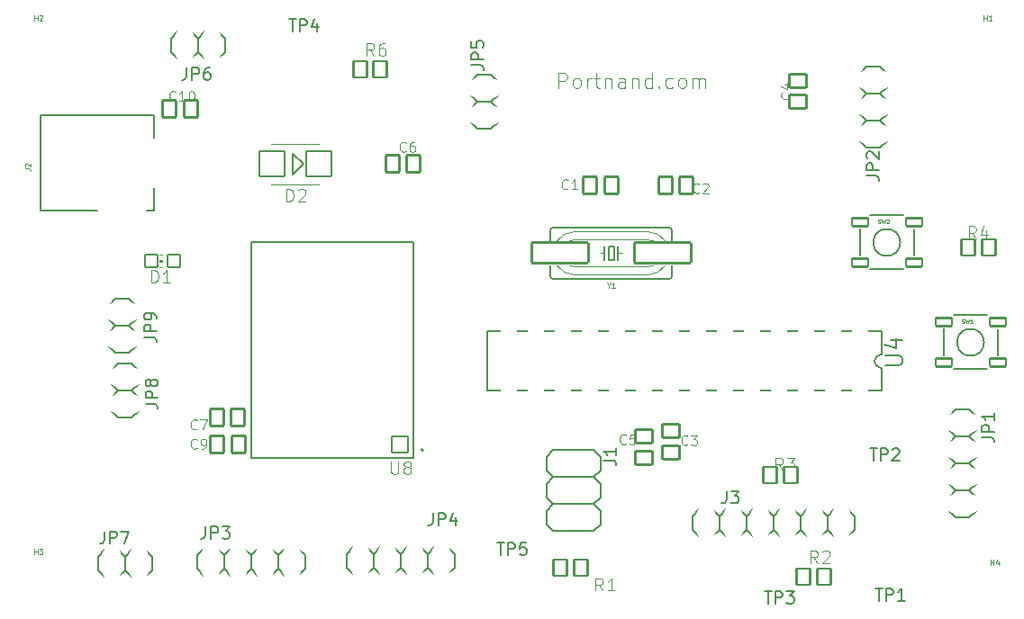
<source format=gto>
%TF.GenerationSoftware,KiCad,Pcbnew,(6.0.8)*%
%TF.CreationDate,2022-11-16T21:32:55-08:00*%
%TF.ProjectId,T5Cad,54354361-642e-46b6-9963-61645f706362,2.3.1*%
%TF.SameCoordinates,Original*%
%TF.FileFunction,Legend,Top*%
%TF.FilePolarity,Positive*%
%FSLAX46Y46*%
G04 Gerber Fmt 4.6, Leading zero omitted, Abs format (unit mm)*
G04 Created by KiCad (PCBNEW (6.0.8)) date 2022-11-16 21:32:55*
%MOMM*%
%LPD*%
G01*
G04 APERTURE LIST*
G04 Aperture macros list*
%AMRoundRect*
0 Rectangle with rounded corners*
0 $1 Rounding radius*
0 $2 $3 $4 $5 $6 $7 $8 $9 X,Y pos of 4 corners*
0 Add a 4 corners polygon primitive as box body*
4,1,4,$2,$3,$4,$5,$6,$7,$8,$9,$2,$3,0*
0 Add four circle primitives for the rounded corners*
1,1,$1+$1,$2,$3*
1,1,$1+$1,$4,$5*
1,1,$1+$1,$6,$7*
1,1,$1+$1,$8,$9*
0 Add four rect primitives between the rounded corners*
20,1,$1+$1,$2,$3,$4,$5,0*
20,1,$1+$1,$4,$5,$6,$7,0*
20,1,$1+$1,$6,$7,$8,$9,0*
20,1,$1+$1,$8,$9,$2,$3,0*%
%AMFreePoly0*
4,1,25,0.506863,1.161696,0.518986,1.151342,1.151342,0.518986,1.179849,0.463038,1.181100,0.447144,1.181100,-0.447144,1.161696,-0.506863,1.151342,-0.518986,0.518986,-1.151342,0.463038,-1.179849,0.447144,-1.181100,-0.447144,-1.181100,-0.506863,-1.161696,-0.518986,-1.151342,-1.151342,-0.518986,-1.179849,-0.463038,-1.181100,-0.447144,-1.181100,0.447144,-1.161696,0.506863,-1.151342,0.518986,
-0.518986,1.151342,-0.463038,1.179849,-0.447144,1.181100,0.447144,1.181100,0.506863,1.161696,0.506863,1.161696,$1*%
%AMFreePoly1*
4,1,25,0.380735,0.857196,0.392858,0.846842,0.846842,0.392858,0.875349,0.336910,0.876600,0.321016,0.876600,-0.321016,0.857196,-0.380735,0.846842,-0.392858,0.392858,-0.846842,0.336910,-0.875349,0.321016,-0.876600,-0.321016,-0.876600,-0.380735,-0.857196,-0.392858,-0.846842,-0.846842,-0.392858,-0.875349,-0.336910,-0.876600,-0.321016,-0.876600,0.321016,-0.857196,0.380735,-0.846842,0.392858,
-0.392858,0.846842,-0.336910,0.875349,-0.321016,0.876600,0.321016,0.876600,0.380735,0.857196,0.380735,0.857196,$1*%
G04 Aperture macros list end*
%ADD10C,0.121920*%
%ADD11C,0.127000*%
%ADD12C,0.101600*%
%ADD13C,0.081280*%
%ADD14C,0.032512*%
%ADD15C,0.177800*%
%ADD16C,0.152400*%
%ADD17C,0.203200*%
%ADD18C,0.200000*%
%ADD19C,0.050800*%
%ADD20FreePoly0,0.000000*%
%ADD21O,3.251200X1.727200*%
%ADD22RoundRect,0.101600X-0.650000X-0.750000X0.650000X-0.750000X0.650000X0.750000X-0.650000X0.750000X0*%
%ADD23FreePoly1,270.000000*%
%ADD24O,1.727200X3.251200*%
%ADD25RoundRect,0.101600X-0.650000X-0.800000X0.650000X-0.800000X0.650000X0.800000X-0.650000X0.800000X0*%
%ADD26RoundRect,0.101600X0.650000X0.800000X-0.650000X0.800000X-0.650000X-0.800000X0.650000X-0.800000X0*%
%ADD27C,3.403600*%
%ADD28RoundRect,0.101600X0.650000X0.750000X-0.650000X0.750000X-0.650000X-0.750000X0.650000X-0.750000X0*%
%ADD29RoundRect,0.101600X0.600000X-0.600000X0.600000X0.600000X-0.600000X0.600000X-0.600000X-0.600000X0*%
%ADD30RoundRect,0.101600X0.762000X-0.381000X0.762000X0.381000X-0.762000X0.381000X-0.762000X-0.381000X0*%
%ADD31RoundRect,0.101600X0.765000X0.765000X-0.765000X0.765000X-0.765000X-0.765000X0.765000X-0.765000X0*%
%ADD32C,1.733200*%
%ADD33RoundRect,0.101600X2.667000X0.965200X-2.667000X0.965200X-2.667000X-0.965200X2.667000X-0.965200X0*%
%ADD34RoundRect,0.101600X-0.800000X0.650000X-0.800000X-0.650000X0.800000X-0.650000X0.800000X0.650000X0*%
%ADD35RoundRect,0.101600X0.800000X-0.650000X0.800000X0.650000X-0.800000X0.650000X-0.800000X-0.650000X0*%
%ADD36O,1.625600X3.048000*%
%ADD37RoundRect,0.101600X1.200000X1.200000X-1.200000X1.200000X-1.200000X-1.200000X1.200000X-1.200000X0*%
%ADD38C,4.521200*%
G04 APERTURE END LIST*
D10*
X159417076Y-55559234D02*
X159417076Y-54157154D01*
X159951202Y-54157154D01*
X160084733Y-54223920D01*
X160151499Y-54290685D01*
X160218265Y-54424217D01*
X160218265Y-54624514D01*
X160151499Y-54758045D01*
X160084733Y-54824811D01*
X159951202Y-54891577D01*
X159417076Y-54891577D01*
X161019453Y-55559234D02*
X160885922Y-55492468D01*
X160819156Y-55425702D01*
X160752390Y-55292171D01*
X160752390Y-54891577D01*
X160819156Y-54758045D01*
X160885922Y-54691280D01*
X161019453Y-54624514D01*
X161219750Y-54624514D01*
X161353282Y-54691280D01*
X161420048Y-54758045D01*
X161486813Y-54891577D01*
X161486813Y-55292171D01*
X161420048Y-55425702D01*
X161353282Y-55492468D01*
X161219750Y-55559234D01*
X161019453Y-55559234D01*
X162087705Y-55559234D02*
X162087705Y-54624514D01*
X162087705Y-54891577D02*
X162154470Y-54758045D01*
X162221236Y-54691280D01*
X162354768Y-54624514D01*
X162488299Y-54624514D01*
X162755362Y-54624514D02*
X163289488Y-54624514D01*
X162955659Y-54157154D02*
X162955659Y-55358937D01*
X163022425Y-55492468D01*
X163155956Y-55559234D01*
X163289488Y-55559234D01*
X163756848Y-54624514D02*
X163756848Y-55559234D01*
X163756848Y-54758045D02*
X163823613Y-54691280D01*
X163957145Y-54624514D01*
X164157442Y-54624514D01*
X164290973Y-54691280D01*
X164357739Y-54824811D01*
X164357739Y-55559234D01*
X165626288Y-55559234D02*
X165626288Y-54824811D01*
X165559522Y-54691280D01*
X165425990Y-54624514D01*
X165158928Y-54624514D01*
X165025396Y-54691280D01*
X165626288Y-55492468D02*
X165492756Y-55559234D01*
X165158928Y-55559234D01*
X165025396Y-55492468D01*
X164958630Y-55358937D01*
X164958630Y-55225405D01*
X165025396Y-55091874D01*
X165158928Y-55025108D01*
X165492756Y-55025108D01*
X165626288Y-54958342D01*
X166293945Y-54624514D02*
X166293945Y-55559234D01*
X166293945Y-54758045D02*
X166360710Y-54691280D01*
X166494242Y-54624514D01*
X166694539Y-54624514D01*
X166828070Y-54691280D01*
X166894836Y-54824811D01*
X166894836Y-55559234D01*
X168163385Y-55559234D02*
X168163385Y-54157154D01*
X168163385Y-55492468D02*
X168029853Y-55559234D01*
X167762790Y-55559234D01*
X167629259Y-55492468D01*
X167562493Y-55425702D01*
X167495728Y-55292171D01*
X167495728Y-54891577D01*
X167562493Y-54758045D01*
X167629259Y-54691280D01*
X167762790Y-54624514D01*
X168029853Y-54624514D01*
X168163385Y-54691280D01*
X168831042Y-55425702D02*
X168897808Y-55492468D01*
X168831042Y-55559234D01*
X168764276Y-55492468D01*
X168831042Y-55425702D01*
X168831042Y-55559234D01*
X170099590Y-55492468D02*
X169966059Y-55559234D01*
X169698996Y-55559234D01*
X169565465Y-55492468D01*
X169498699Y-55425702D01*
X169431933Y-55292171D01*
X169431933Y-54891577D01*
X169498699Y-54758045D01*
X169565465Y-54691280D01*
X169698996Y-54624514D01*
X169966059Y-54624514D01*
X170099590Y-54691280D01*
X170900779Y-55559234D02*
X170767248Y-55492468D01*
X170700482Y-55425702D01*
X170633716Y-55292171D01*
X170633716Y-54891577D01*
X170700482Y-54758045D01*
X170767248Y-54691280D01*
X170900779Y-54624514D01*
X171101076Y-54624514D01*
X171234608Y-54691280D01*
X171301373Y-54758045D01*
X171368139Y-54891577D01*
X171368139Y-55292171D01*
X171301373Y-55425702D01*
X171234608Y-55492468D01*
X171101076Y-55559234D01*
X170900779Y-55559234D01*
X171969030Y-55559234D02*
X171969030Y-54624514D01*
X171969030Y-54758045D02*
X172035796Y-54691280D01*
X172169328Y-54624514D01*
X172369625Y-54624514D01*
X172503156Y-54691280D01*
X172569922Y-54824811D01*
X172569922Y-55559234D01*
X172569922Y-54824811D02*
X172636688Y-54691280D01*
X172770219Y-54624514D01*
X172970516Y-54624514D01*
X173104048Y-54691280D01*
X173170813Y-54824811D01*
X173170813Y-55559234D01*
D11*
%TO.C,TP3*%
X178753407Y-102942571D02*
X179406550Y-102942571D01*
X179079978Y-104085571D02*
X179079978Y-102942571D01*
X179787550Y-104085571D02*
X179787550Y-102942571D01*
X180222978Y-102942571D01*
X180331835Y-102997000D01*
X180386264Y-103051428D01*
X180440692Y-103160285D01*
X180440692Y-103323571D01*
X180386264Y-103432428D01*
X180331835Y-103486857D01*
X180222978Y-103541285D01*
X179787550Y-103541285D01*
X180821692Y-102942571D02*
X181529264Y-102942571D01*
X181148264Y-103378000D01*
X181311550Y-103378000D01*
X181420407Y-103432428D01*
X181474835Y-103486857D01*
X181529264Y-103595714D01*
X181529264Y-103867857D01*
X181474835Y-103976714D01*
X181420407Y-104031142D01*
X181311550Y-104085571D01*
X180984978Y-104085571D01*
X180876121Y-104031142D01*
X180821692Y-103976714D01*
%TO.C,JP2*%
X188337371Y-63834735D02*
X189153800Y-63834735D01*
X189317085Y-63889164D01*
X189425942Y-63998021D01*
X189480371Y-64161307D01*
X189480371Y-64270164D01*
X189480371Y-63290450D02*
X188337371Y-63290450D01*
X188337371Y-62855021D01*
X188391800Y-62746164D01*
X188446228Y-62691735D01*
X188555085Y-62637307D01*
X188718371Y-62637307D01*
X188827228Y-62691735D01*
X188881657Y-62746164D01*
X188936085Y-62855021D01*
X188936085Y-63290450D01*
X188446228Y-62201878D02*
X188391800Y-62147450D01*
X188337371Y-62038592D01*
X188337371Y-61766450D01*
X188391800Y-61657592D01*
X188446228Y-61603164D01*
X188555085Y-61548735D01*
X188663942Y-61548735D01*
X188827228Y-61603164D01*
X189480371Y-62256307D01*
X189480371Y-61548735D01*
D12*
%TO.C,R3*%
X180488287Y-91562161D02*
X180098820Y-91005780D01*
X179820630Y-91562161D02*
X179820630Y-90393761D01*
X180265735Y-90393761D01*
X180377011Y-90449400D01*
X180432649Y-90505038D01*
X180488287Y-90616314D01*
X180488287Y-90783228D01*
X180432649Y-90894504D01*
X180377011Y-90950142D01*
X180265735Y-91005780D01*
X179820630Y-91005780D01*
X180877754Y-90393761D02*
X181601049Y-90393761D01*
X181211582Y-90838866D01*
X181378497Y-90838866D01*
X181489773Y-90894504D01*
X181545411Y-90950142D01*
X181601049Y-91061419D01*
X181601049Y-91339609D01*
X181545411Y-91450885D01*
X181489773Y-91506523D01*
X181378497Y-91562161D01*
X181044668Y-91562161D01*
X180933392Y-91506523D01*
X180877754Y-91450885D01*
D11*
%TO.C,J1*%
X163648571Y-90597264D02*
X164465000Y-90597264D01*
X164628285Y-90651692D01*
X164737142Y-90760550D01*
X164791571Y-90923835D01*
X164791571Y-91032692D01*
X164791571Y-89454264D02*
X164791571Y-90107407D01*
X164791571Y-89780835D02*
X163648571Y-89780835D01*
X163811857Y-89889692D01*
X163920714Y-89998550D01*
X163975142Y-90107407D01*
%TO.C,JP4*%
X147569464Y-95576571D02*
X147569464Y-96393000D01*
X147515035Y-96556285D01*
X147406178Y-96665142D01*
X147242892Y-96719571D01*
X147134035Y-96719571D01*
X148113750Y-96719571D02*
X148113750Y-95576571D01*
X148549178Y-95576571D01*
X148658035Y-95631000D01*
X148712464Y-95685428D01*
X148766892Y-95794285D01*
X148766892Y-95957571D01*
X148712464Y-96066428D01*
X148658035Y-96120857D01*
X148549178Y-96175285D01*
X148113750Y-96175285D01*
X149746607Y-95957571D02*
X149746607Y-96719571D01*
X149474464Y-95522142D02*
X149202321Y-96338571D01*
X149909892Y-96338571D01*
D13*
%TO.C,C6*%
X145046710Y-61486868D02*
X145002199Y-61531379D01*
X144868668Y-61575889D01*
X144779647Y-61575889D01*
X144646115Y-61531379D01*
X144557094Y-61442358D01*
X144512584Y-61353337D01*
X144468073Y-61175295D01*
X144468073Y-61041763D01*
X144512584Y-60863721D01*
X144557094Y-60774700D01*
X144646115Y-60685680D01*
X144779647Y-60641169D01*
X144868668Y-60641169D01*
X145002199Y-60685680D01*
X145046710Y-60730190D01*
X145847898Y-60641169D02*
X145669856Y-60641169D01*
X145580835Y-60685680D01*
X145536325Y-60730190D01*
X145447304Y-60863721D01*
X145402793Y-61041763D01*
X145402793Y-61397847D01*
X145447304Y-61486868D01*
X145491814Y-61531379D01*
X145580835Y-61575889D01*
X145758877Y-61575889D01*
X145847898Y-61531379D01*
X145892409Y-61486868D01*
X145936919Y-61397847D01*
X145936919Y-61175295D01*
X145892409Y-61086274D01*
X145847898Y-61041763D01*
X145758877Y-60997253D01*
X145580835Y-60997253D01*
X145491814Y-61041763D01*
X145447304Y-61086274D01*
X145402793Y-61175295D01*
%TO.C,C7*%
X125387110Y-87598068D02*
X125342599Y-87642579D01*
X125209068Y-87687089D01*
X125120047Y-87687089D01*
X124986515Y-87642579D01*
X124897494Y-87553558D01*
X124852984Y-87464537D01*
X124808473Y-87286495D01*
X124808473Y-87152963D01*
X124852984Y-86974921D01*
X124897494Y-86885900D01*
X124986515Y-86796880D01*
X125120047Y-86752369D01*
X125209068Y-86752369D01*
X125342599Y-86796880D01*
X125387110Y-86841390D01*
X125698683Y-86752369D02*
X126321830Y-86752369D01*
X125921235Y-87687089D01*
%TO.C,C10*%
X123382307Y-56686268D02*
X123337796Y-56730779D01*
X123204265Y-56775289D01*
X123115244Y-56775289D01*
X122981712Y-56730779D01*
X122892691Y-56641758D01*
X122848181Y-56552737D01*
X122803670Y-56374695D01*
X122803670Y-56241163D01*
X122848181Y-56063121D01*
X122892691Y-55974100D01*
X122981712Y-55885080D01*
X123115244Y-55840569D01*
X123204265Y-55840569D01*
X123337796Y-55885080D01*
X123382307Y-55929590D01*
X124272516Y-56775289D02*
X123738390Y-56775289D01*
X124005453Y-56775289D02*
X124005453Y-55840569D01*
X123916432Y-55974100D01*
X123827411Y-56063121D01*
X123738390Y-56107632D01*
X124851152Y-55840569D02*
X124940173Y-55840569D01*
X125029194Y-55885080D01*
X125073705Y-55929590D01*
X125118215Y-56018611D01*
X125162726Y-56196653D01*
X125162726Y-56419205D01*
X125118215Y-56597247D01*
X125073705Y-56686268D01*
X125029194Y-56730779D01*
X124940173Y-56775289D01*
X124851152Y-56775289D01*
X124762131Y-56730779D01*
X124717621Y-56686268D01*
X124673110Y-56597247D01*
X124628600Y-56419205D01*
X124628600Y-56196653D01*
X124673110Y-56018611D01*
X124717621Y-55929590D01*
X124762131Y-55885080D01*
X124851152Y-55840569D01*
D11*
%TO.C,TP4*%
X134049407Y-49094571D02*
X134702550Y-49094571D01*
X134375978Y-50237571D02*
X134375978Y-49094571D01*
X135083550Y-50237571D02*
X135083550Y-49094571D01*
X135518978Y-49094571D01*
X135627835Y-49149000D01*
X135682264Y-49203428D01*
X135736692Y-49312285D01*
X135736692Y-49475571D01*
X135682264Y-49584428D01*
X135627835Y-49638857D01*
X135518978Y-49693285D01*
X135083550Y-49693285D01*
X136716407Y-49475571D02*
X136716407Y-50237571D01*
X136444264Y-49040142D02*
X136172121Y-49856571D01*
X136879692Y-49856571D01*
%TO.C,TP5*%
X153607407Y-98370571D02*
X154260550Y-98370571D01*
X153933978Y-99513571D02*
X153933978Y-98370571D01*
X154641550Y-99513571D02*
X154641550Y-98370571D01*
X155076978Y-98370571D01*
X155185835Y-98425000D01*
X155240264Y-98479428D01*
X155294692Y-98588285D01*
X155294692Y-98751571D01*
X155240264Y-98860428D01*
X155185835Y-98914857D01*
X155076978Y-98969285D01*
X154641550Y-98969285D01*
X156328835Y-98370571D02*
X155784550Y-98370571D01*
X155730121Y-98914857D01*
X155784550Y-98860428D01*
X155893407Y-98806000D01*
X156165550Y-98806000D01*
X156274407Y-98860428D01*
X156328835Y-98914857D01*
X156383264Y-99023714D01*
X156383264Y-99295857D01*
X156328835Y-99404714D01*
X156274407Y-99459142D01*
X156165550Y-99513571D01*
X155893407Y-99513571D01*
X155784550Y-99459142D01*
X155730121Y-99404714D01*
D13*
%TO.C,C2*%
X172608510Y-65373068D02*
X172563999Y-65417579D01*
X172430468Y-65462089D01*
X172341447Y-65462089D01*
X172207915Y-65417579D01*
X172118894Y-65328558D01*
X172074384Y-65239537D01*
X172029873Y-65061495D01*
X172029873Y-64927963D01*
X172074384Y-64749921D01*
X172118894Y-64660900D01*
X172207915Y-64571880D01*
X172341447Y-64527369D01*
X172430468Y-64527369D01*
X172563999Y-64571880D01*
X172608510Y-64616390D01*
X172964593Y-64616390D02*
X173009104Y-64571880D01*
X173098125Y-64527369D01*
X173320677Y-64527369D01*
X173409698Y-64571880D01*
X173454209Y-64616390D01*
X173498719Y-64705411D01*
X173498719Y-64794432D01*
X173454209Y-64927963D01*
X172920083Y-65462089D01*
X173498719Y-65462089D01*
D10*
%TO.C,H3*%
X110128434Y-99444777D02*
X110128434Y-98957097D01*
X110128434Y-99189325D02*
X110407108Y-99189325D01*
X110407108Y-99444777D02*
X110407108Y-98957097D01*
X110592891Y-98957097D02*
X110894788Y-98957097D01*
X110732228Y-99142880D01*
X110801897Y-99142880D01*
X110848342Y-99166102D01*
X110871565Y-99189325D01*
X110894788Y-99235771D01*
X110894788Y-99351885D01*
X110871565Y-99398331D01*
X110848342Y-99421554D01*
X110801897Y-99444777D01*
X110662560Y-99444777D01*
X110616114Y-99421554D01*
X110592891Y-99398331D01*
D12*
%TO.C,R1*%
X163556445Y-102865161D02*
X163166979Y-102308780D01*
X162888788Y-102865161D02*
X162888788Y-101696761D01*
X163333893Y-101696761D01*
X163445169Y-101752400D01*
X163500807Y-101808038D01*
X163556445Y-101919314D01*
X163556445Y-102086228D01*
X163500807Y-102197504D01*
X163445169Y-102253142D01*
X163333893Y-102308780D01*
X162888788Y-102308780D01*
X164669207Y-102865161D02*
X164001550Y-102865161D01*
X164335379Y-102865161D02*
X164335379Y-101696761D01*
X164224102Y-101863676D01*
X164112826Y-101974952D01*
X164001550Y-102030590D01*
D13*
%TO.C,C1*%
X160270516Y-65017468D02*
X160226006Y-65061979D01*
X160092474Y-65106489D01*
X160003453Y-65106489D01*
X159869922Y-65061979D01*
X159780901Y-64972958D01*
X159736390Y-64883937D01*
X159691880Y-64705895D01*
X159691880Y-64572363D01*
X159736390Y-64394321D01*
X159780901Y-64305300D01*
X159869922Y-64216280D01*
X160003453Y-64171769D01*
X160092474Y-64171769D01*
X160226006Y-64216280D01*
X160270516Y-64260790D01*
X161160726Y-65106489D02*
X160626600Y-65106489D01*
X160893663Y-65106489D02*
X160893663Y-64171769D01*
X160804642Y-64305300D01*
X160715621Y-64394321D01*
X160626600Y-64438832D01*
D12*
%TO.C,D1*%
X121120988Y-73858361D02*
X121120988Y-72689961D01*
X121399179Y-72689961D01*
X121566093Y-72745600D01*
X121677369Y-72856876D01*
X121733007Y-72968152D01*
X121788645Y-73190704D01*
X121788645Y-73357619D01*
X121733007Y-73580171D01*
X121677369Y-73691447D01*
X121566093Y-73802723D01*
X121399179Y-73858361D01*
X121120988Y-73858361D01*
X122901407Y-73858361D02*
X122233750Y-73858361D01*
X122567579Y-73858361D02*
X122567579Y-72689961D01*
X122456302Y-72856876D01*
X122345026Y-72968152D01*
X122233750Y-73023790D01*
D14*
%TO.C,SW1*%
X197323349Y-77688391D02*
X197376762Y-77706195D01*
X197465783Y-77706195D01*
X197501391Y-77688391D01*
X197519195Y-77670587D01*
X197536999Y-77634979D01*
X197536999Y-77599370D01*
X197519195Y-77563762D01*
X197501391Y-77545958D01*
X197465783Y-77528153D01*
X197394566Y-77510349D01*
X197358957Y-77492545D01*
X197341153Y-77474741D01*
X197323349Y-77439132D01*
X197323349Y-77403524D01*
X197341153Y-77367916D01*
X197358957Y-77350112D01*
X197394566Y-77332307D01*
X197483587Y-77332307D01*
X197536999Y-77350112D01*
X197661629Y-77332307D02*
X197750650Y-77706195D01*
X197821866Y-77439132D01*
X197893083Y-77706195D01*
X197982104Y-77332307D01*
X198320384Y-77706195D02*
X198106733Y-77706195D01*
X198213559Y-77706195D02*
X198213559Y-77332307D01*
X198177950Y-77385720D01*
X198142342Y-77421328D01*
X198106733Y-77439132D01*
D13*
%TO.C,C9*%
X125386916Y-89426868D02*
X125342406Y-89471379D01*
X125208874Y-89515889D01*
X125119853Y-89515889D01*
X124986322Y-89471379D01*
X124897301Y-89382358D01*
X124852790Y-89293337D01*
X124808280Y-89115295D01*
X124808280Y-88981763D01*
X124852790Y-88803721D01*
X124897301Y-88714700D01*
X124986322Y-88625680D01*
X125119853Y-88581169D01*
X125208874Y-88581169D01*
X125342406Y-88625680D01*
X125386916Y-88670190D01*
X125832021Y-89515889D02*
X126010063Y-89515889D01*
X126099084Y-89471379D01*
X126143594Y-89426868D01*
X126232615Y-89293337D01*
X126277126Y-89115295D01*
X126277126Y-88759211D01*
X126232615Y-88670190D01*
X126188105Y-88625680D01*
X126099084Y-88581169D01*
X125921042Y-88581169D01*
X125832021Y-88625680D01*
X125787510Y-88670190D01*
X125743000Y-88759211D01*
X125743000Y-88981763D01*
X125787510Y-89070784D01*
X125832021Y-89115295D01*
X125921042Y-89159805D01*
X126099084Y-89159805D01*
X126188105Y-89115295D01*
X126232615Y-89070784D01*
X126277126Y-88981763D01*
D12*
%TO.C,U8*%
X143671350Y-90723961D02*
X143671350Y-91669809D01*
X143726988Y-91781085D01*
X143782626Y-91836723D01*
X143893902Y-91892361D01*
X144116455Y-91892361D01*
X144227731Y-91836723D01*
X144283369Y-91781085D01*
X144339007Y-91669809D01*
X144339007Y-90723961D01*
X145062302Y-91224704D02*
X144951026Y-91169066D01*
X144895388Y-91113428D01*
X144839750Y-91002152D01*
X144839750Y-90946514D01*
X144895388Y-90835238D01*
X144951026Y-90779600D01*
X145062302Y-90723961D01*
X145284855Y-90723961D01*
X145396131Y-90779600D01*
X145451769Y-90835238D01*
X145507407Y-90946514D01*
X145507407Y-91002152D01*
X145451769Y-91113428D01*
X145396131Y-91169066D01*
X145284855Y-91224704D01*
X145062302Y-91224704D01*
X144951026Y-91280342D01*
X144895388Y-91335980D01*
X144839750Y-91447257D01*
X144839750Y-91669809D01*
X144895388Y-91781085D01*
X144951026Y-91836723D01*
X145062302Y-91892361D01*
X145284855Y-91892361D01*
X145396131Y-91836723D01*
X145451769Y-91781085D01*
X145507407Y-91669809D01*
X145507407Y-91447257D01*
X145451769Y-91335980D01*
X145396131Y-91280342D01*
X145284855Y-91224704D01*
D10*
%TO.C,Y1*%
X164105771Y-74166548D02*
X164105771Y-74398777D01*
X163943211Y-73911097D02*
X164105771Y-74166548D01*
X164268331Y-73911097D01*
X164686342Y-74398777D02*
X164407668Y-74398777D01*
X164547005Y-74398777D02*
X164547005Y-73911097D01*
X164500560Y-73980765D01*
X164454114Y-74027211D01*
X164407668Y-74050434D01*
D13*
%TO.C,C5*%
X165731516Y-88995068D02*
X165687006Y-89039579D01*
X165553474Y-89084089D01*
X165464453Y-89084089D01*
X165330922Y-89039579D01*
X165241901Y-88950558D01*
X165197390Y-88861537D01*
X165152880Y-88683495D01*
X165152880Y-88549963D01*
X165197390Y-88371921D01*
X165241901Y-88282900D01*
X165330922Y-88193880D01*
X165464453Y-88149369D01*
X165553474Y-88149369D01*
X165687006Y-88193880D01*
X165731516Y-88238390D01*
X166577215Y-88149369D02*
X166132110Y-88149369D01*
X166087600Y-88594474D01*
X166132110Y-88549963D01*
X166221131Y-88505453D01*
X166443684Y-88505453D01*
X166532705Y-88549963D01*
X166577215Y-88594474D01*
X166621726Y-88683495D01*
X166621726Y-88906047D01*
X166577215Y-88995068D01*
X166532705Y-89039579D01*
X166443684Y-89084089D01*
X166221131Y-89084089D01*
X166132110Y-89039579D01*
X166087600Y-88995068D01*
%TO.C,C3*%
X171522716Y-89096668D02*
X171478206Y-89141179D01*
X171344674Y-89185689D01*
X171255653Y-89185689D01*
X171122122Y-89141179D01*
X171033101Y-89052158D01*
X170988590Y-88963137D01*
X170944080Y-88785095D01*
X170944080Y-88651563D01*
X170988590Y-88473521D01*
X171033101Y-88384500D01*
X171122122Y-88295480D01*
X171255653Y-88250969D01*
X171344674Y-88250969D01*
X171478206Y-88295480D01*
X171522716Y-88339990D01*
X171834289Y-88250969D02*
X172412926Y-88250969D01*
X172101352Y-88607053D01*
X172234884Y-88607053D01*
X172323905Y-88651563D01*
X172368415Y-88696074D01*
X172412926Y-88785095D01*
X172412926Y-89007647D01*
X172368415Y-89096668D01*
X172323905Y-89141179D01*
X172234884Y-89185689D01*
X171967821Y-89185689D01*
X171878800Y-89141179D01*
X171834289Y-89096668D01*
D11*
%TO.C,JP5*%
X151202571Y-53420735D02*
X152019000Y-53420735D01*
X152182285Y-53475164D01*
X152291142Y-53584021D01*
X152345571Y-53747307D01*
X152345571Y-53856164D01*
X152345571Y-52876450D02*
X151202571Y-52876450D01*
X151202571Y-52441021D01*
X151257000Y-52332164D01*
X151311428Y-52277735D01*
X151420285Y-52223307D01*
X151583571Y-52223307D01*
X151692428Y-52277735D01*
X151746857Y-52332164D01*
X151801285Y-52441021D01*
X151801285Y-52876450D01*
X151202571Y-51189164D02*
X151202571Y-51733450D01*
X151746857Y-51787878D01*
X151692428Y-51733450D01*
X151638000Y-51624592D01*
X151638000Y-51352450D01*
X151692428Y-51243592D01*
X151746857Y-51189164D01*
X151855714Y-51134735D01*
X152127857Y-51134735D01*
X152236714Y-51189164D01*
X152291142Y-51243592D01*
X152345571Y-51352450D01*
X152345571Y-51624592D01*
X152291142Y-51733450D01*
X152236714Y-51787878D01*
D10*
%TO.C,H1*%
X199378434Y-49194777D02*
X199378434Y-48707097D01*
X199378434Y-48939325D02*
X199657108Y-48939325D01*
X199657108Y-49194777D02*
X199657108Y-48707097D01*
X200144788Y-49194777D02*
X199866114Y-49194777D01*
X200005451Y-49194777D02*
X200005451Y-48707097D01*
X199959005Y-48776765D01*
X199912560Y-48823211D01*
X199866114Y-48846434D01*
D11*
%TO.C,JP1*%
X199208571Y-88438264D02*
X200025000Y-88438264D01*
X200188285Y-88492692D01*
X200297142Y-88601550D01*
X200351571Y-88764835D01*
X200351571Y-88873692D01*
X200351571Y-87893978D02*
X199208571Y-87893978D01*
X199208571Y-87458550D01*
X199263000Y-87349692D01*
X199317428Y-87295264D01*
X199426285Y-87240835D01*
X199589571Y-87240835D01*
X199698428Y-87295264D01*
X199752857Y-87349692D01*
X199807285Y-87458550D01*
X199807285Y-87893978D01*
X200351571Y-86152264D02*
X200351571Y-86805407D01*
X200351571Y-86478835D02*
X199208571Y-86478835D01*
X199371857Y-86587692D01*
X199480714Y-86696550D01*
X199535142Y-86805407D01*
D12*
%TO.C,R6*%
X142042887Y-52522361D02*
X141653420Y-51965980D01*
X141375230Y-52522361D02*
X141375230Y-51353961D01*
X141820335Y-51353961D01*
X141931611Y-51409600D01*
X141987249Y-51465238D01*
X142042887Y-51576514D01*
X142042887Y-51743428D01*
X141987249Y-51854704D01*
X141931611Y-51910342D01*
X141820335Y-51965980D01*
X141375230Y-51965980D01*
X143044373Y-51353961D02*
X142821820Y-51353961D01*
X142710544Y-51409600D01*
X142654906Y-51465238D01*
X142543630Y-51632152D01*
X142487992Y-51854704D01*
X142487992Y-52299809D01*
X142543630Y-52411085D01*
X142599268Y-52466723D01*
X142710544Y-52522361D01*
X142933097Y-52522361D01*
X143044373Y-52466723D01*
X143100011Y-52411085D01*
X143155649Y-52299809D01*
X143155649Y-52021619D01*
X143100011Y-51910342D01*
X143044373Y-51854704D01*
X142933097Y-51799066D01*
X142710544Y-51799066D01*
X142599268Y-51854704D01*
X142543630Y-51910342D01*
X142487992Y-52021619D01*
D11*
%TO.C,JP8*%
X120570171Y-85272335D02*
X121386600Y-85272335D01*
X121549885Y-85326764D01*
X121658742Y-85435621D01*
X121713171Y-85598907D01*
X121713171Y-85707764D01*
X121713171Y-84728050D02*
X120570171Y-84728050D01*
X120570171Y-84292621D01*
X120624600Y-84183764D01*
X120679028Y-84129335D01*
X120787885Y-84074907D01*
X120951171Y-84074907D01*
X121060028Y-84129335D01*
X121114457Y-84183764D01*
X121168885Y-84292621D01*
X121168885Y-84728050D01*
X121060028Y-83421764D02*
X121005600Y-83530621D01*
X120951171Y-83585050D01*
X120842314Y-83639478D01*
X120787885Y-83639478D01*
X120679028Y-83585050D01*
X120624600Y-83530621D01*
X120570171Y-83421764D01*
X120570171Y-83204050D01*
X120624600Y-83095192D01*
X120679028Y-83040764D01*
X120787885Y-82986335D01*
X120842314Y-82986335D01*
X120951171Y-83040764D01*
X121005600Y-83095192D01*
X121060028Y-83204050D01*
X121060028Y-83421764D01*
X121114457Y-83530621D01*
X121168885Y-83585050D01*
X121277742Y-83639478D01*
X121495457Y-83639478D01*
X121604314Y-83585050D01*
X121658742Y-83530621D01*
X121713171Y-83421764D01*
X121713171Y-83204050D01*
X121658742Y-83095192D01*
X121604314Y-83040764D01*
X121495457Y-82986335D01*
X121277742Y-82986335D01*
X121168885Y-83040764D01*
X121114457Y-83095192D01*
X121060028Y-83204050D01*
%TO.C,J3*%
X175179264Y-93493771D02*
X175179264Y-94310200D01*
X175124835Y-94473485D01*
X175015978Y-94582342D01*
X174852692Y-94636771D01*
X174743835Y-94636771D01*
X175614692Y-93493771D02*
X176322264Y-93493771D01*
X175941264Y-93929200D01*
X176104550Y-93929200D01*
X176213407Y-93983628D01*
X176267835Y-94038057D01*
X176322264Y-94146914D01*
X176322264Y-94419057D01*
X176267835Y-94527914D01*
X176213407Y-94582342D01*
X176104550Y-94636771D01*
X175777978Y-94636771D01*
X175669121Y-94582342D01*
X175614692Y-94527914D01*
D14*
%TO.C,SW2*%
X189449349Y-68290391D02*
X189502762Y-68308195D01*
X189591783Y-68308195D01*
X189627391Y-68290391D01*
X189645195Y-68272587D01*
X189662999Y-68236979D01*
X189662999Y-68201370D01*
X189645195Y-68165762D01*
X189627391Y-68147958D01*
X189591783Y-68130153D01*
X189520566Y-68112349D01*
X189484957Y-68094545D01*
X189467153Y-68076741D01*
X189449349Y-68041132D01*
X189449349Y-68005524D01*
X189467153Y-67969916D01*
X189484957Y-67952112D01*
X189520566Y-67934307D01*
X189609587Y-67934307D01*
X189662999Y-67952112D01*
X189787629Y-67934307D02*
X189876650Y-68308195D01*
X189947866Y-68041132D01*
X190019083Y-68308195D01*
X190108104Y-67934307D01*
X190232733Y-67969916D02*
X190250538Y-67952112D01*
X190286146Y-67934307D01*
X190375167Y-67934307D01*
X190410775Y-67952112D01*
X190428580Y-67969916D01*
X190446384Y-68005524D01*
X190446384Y-68041132D01*
X190428580Y-68094545D01*
X190214929Y-68308195D01*
X190446384Y-68308195D01*
D13*
%TO.C,C4*%
X181146268Y-56026289D02*
X181190779Y-56070800D01*
X181235289Y-56204331D01*
X181235289Y-56293352D01*
X181190779Y-56426884D01*
X181101758Y-56515905D01*
X181012737Y-56560415D01*
X180834695Y-56604926D01*
X180701163Y-56604926D01*
X180523121Y-56560415D01*
X180434100Y-56515905D01*
X180345080Y-56426884D01*
X180300569Y-56293352D01*
X180300569Y-56204331D01*
X180345080Y-56070800D01*
X180389590Y-56026289D01*
X180612142Y-55225101D02*
X181235289Y-55225101D01*
X180256059Y-55447653D02*
X180923716Y-55670206D01*
X180923716Y-55091569D01*
D12*
%TO.C,R4*%
X198623645Y-69743561D02*
X198234179Y-69187180D01*
X197955988Y-69743561D02*
X197955988Y-68575161D01*
X198401093Y-68575161D01*
X198512369Y-68630800D01*
X198568007Y-68686438D01*
X198623645Y-68797714D01*
X198623645Y-68964628D01*
X198568007Y-69075904D01*
X198512369Y-69131542D01*
X198401093Y-69187180D01*
X197955988Y-69187180D01*
X199625131Y-68964628D02*
X199625131Y-69743561D01*
X199346940Y-68519523D02*
X199068750Y-69354095D01*
X199792045Y-69354095D01*
D11*
%TO.C,JP6*%
X124413735Y-53666571D02*
X124413735Y-54483000D01*
X124359307Y-54646285D01*
X124250450Y-54755142D01*
X124087164Y-54809571D01*
X123978307Y-54809571D01*
X124958021Y-54809571D02*
X124958021Y-53666571D01*
X125393450Y-53666571D01*
X125502307Y-53721000D01*
X125556735Y-53775428D01*
X125611164Y-53884285D01*
X125611164Y-54047571D01*
X125556735Y-54156428D01*
X125502307Y-54210857D01*
X125393450Y-54265285D01*
X124958021Y-54265285D01*
X126590878Y-53666571D02*
X126373164Y-53666571D01*
X126264307Y-53721000D01*
X126209878Y-53775428D01*
X126101021Y-53938714D01*
X126046592Y-54156428D01*
X126046592Y-54591857D01*
X126101021Y-54700714D01*
X126155450Y-54755142D01*
X126264307Y-54809571D01*
X126482021Y-54809571D01*
X126590878Y-54755142D01*
X126645307Y-54700714D01*
X126699735Y-54591857D01*
X126699735Y-54319714D01*
X126645307Y-54210857D01*
X126590878Y-54156428D01*
X126482021Y-54102000D01*
X126264307Y-54102000D01*
X126155450Y-54156428D01*
X126101021Y-54210857D01*
X126046592Y-54319714D01*
D10*
%TO.C,H2*%
X110128434Y-49194777D02*
X110128434Y-48707097D01*
X110128434Y-48939325D02*
X110407108Y-48939325D01*
X110407108Y-49194777D02*
X110407108Y-48707097D01*
X110616114Y-48753542D02*
X110639337Y-48730320D01*
X110685782Y-48707097D01*
X110801897Y-48707097D01*
X110848342Y-48730320D01*
X110871565Y-48753542D01*
X110894788Y-48799988D01*
X110894788Y-48846434D01*
X110871565Y-48916102D01*
X110592891Y-49194777D01*
X110894788Y-49194777D01*
D12*
%TO.C,R2*%
X183764887Y-100274361D02*
X183375420Y-99717980D01*
X183097230Y-100274361D02*
X183097230Y-99105961D01*
X183542335Y-99105961D01*
X183653611Y-99161600D01*
X183709249Y-99217238D01*
X183764887Y-99328514D01*
X183764887Y-99495428D01*
X183709249Y-99606704D01*
X183653611Y-99662342D01*
X183542335Y-99717980D01*
X183097230Y-99717980D01*
X184209992Y-99217238D02*
X184265630Y-99161600D01*
X184376906Y-99105961D01*
X184655097Y-99105961D01*
X184766373Y-99161600D01*
X184822011Y-99217238D01*
X184877649Y-99328514D01*
X184877649Y-99439790D01*
X184822011Y-99606704D01*
X184154354Y-100274361D01*
X184877649Y-100274361D01*
D11*
%TO.C,TP1*%
X189167407Y-102688571D02*
X189820550Y-102688571D01*
X189493978Y-103831571D02*
X189493978Y-102688571D01*
X190201550Y-103831571D02*
X190201550Y-102688571D01*
X190636978Y-102688571D01*
X190745835Y-102743000D01*
X190800264Y-102797428D01*
X190854692Y-102906285D01*
X190854692Y-103069571D01*
X190800264Y-103178428D01*
X190745835Y-103232857D01*
X190636978Y-103287285D01*
X190201550Y-103287285D01*
X191943264Y-103831571D02*
X191290121Y-103831571D01*
X191616692Y-103831571D02*
X191616692Y-102688571D01*
X191507835Y-102851857D01*
X191398978Y-102960714D01*
X191290121Y-103015142D01*
D10*
%TO.C,H4*%
X200034434Y-100444777D02*
X200034434Y-99957097D01*
X200034434Y-100189325D02*
X200313108Y-100189325D01*
X200313108Y-100444777D02*
X200313108Y-99957097D01*
X200754342Y-100119657D02*
X200754342Y-100444777D01*
X200638228Y-99933874D02*
X200522114Y-100282217D01*
X200824011Y-100282217D01*
D15*
%TO.C,U4*%
X190093600Y-81674970D02*
X191389000Y-81674970D01*
X191541400Y-81598770D01*
X191617600Y-81522570D01*
X191693800Y-81370170D01*
X191693800Y-81065370D01*
X191617600Y-80912970D01*
X191541400Y-80836770D01*
X191389000Y-80760570D01*
X190093600Y-80760570D01*
X190627000Y-79312770D02*
X191693800Y-79312770D01*
X190017400Y-79693770D02*
X191160400Y-80074770D01*
X191160400Y-79084170D01*
D11*
%TO.C,TP2*%
X188659407Y-89480571D02*
X189312550Y-89480571D01*
X188985978Y-90623571D02*
X188985978Y-89480571D01*
X189693550Y-90623571D02*
X189693550Y-89480571D01*
X190128978Y-89480571D01*
X190237835Y-89535000D01*
X190292264Y-89589428D01*
X190346692Y-89698285D01*
X190346692Y-89861571D01*
X190292264Y-89970428D01*
X190237835Y-90024857D01*
X190128978Y-90079285D01*
X189693550Y-90079285D01*
X190782121Y-89589428D02*
X190836550Y-89535000D01*
X190945407Y-89480571D01*
X191217550Y-89480571D01*
X191326407Y-89535000D01*
X191380835Y-89589428D01*
X191435264Y-89698285D01*
X191435264Y-89807142D01*
X191380835Y-89970428D01*
X190727692Y-90623571D01*
X191435264Y-90623571D01*
D12*
%TO.C,D2*%
X133820988Y-66238361D02*
X133820988Y-65069961D01*
X134099179Y-65069961D01*
X134266093Y-65125600D01*
X134377369Y-65236876D01*
X134433007Y-65348152D01*
X134488645Y-65570704D01*
X134488645Y-65737619D01*
X134433007Y-65960171D01*
X134377369Y-66071447D01*
X134266093Y-66182723D01*
X134099179Y-66238361D01*
X133820988Y-66238361D01*
X134933750Y-65181238D02*
X134989388Y-65125600D01*
X135100664Y-65069961D01*
X135378855Y-65069961D01*
X135490131Y-65125600D01*
X135545769Y-65181238D01*
X135601407Y-65292514D01*
X135601407Y-65403790D01*
X135545769Y-65570704D01*
X134878112Y-66238361D01*
X135601407Y-66238361D01*
D11*
%TO.C,JP9*%
X120443171Y-79014864D02*
X121259600Y-79014864D01*
X121422885Y-79069292D01*
X121531742Y-79178150D01*
X121586171Y-79341435D01*
X121586171Y-79450292D01*
X121586171Y-78470578D02*
X120443171Y-78470578D01*
X120443171Y-78035150D01*
X120497600Y-77926292D01*
X120552028Y-77871864D01*
X120660885Y-77817435D01*
X120824171Y-77817435D01*
X120933028Y-77871864D01*
X120987457Y-77926292D01*
X121041885Y-78035150D01*
X121041885Y-78470578D01*
X121586171Y-77273150D02*
X121586171Y-77055435D01*
X121531742Y-76946578D01*
X121477314Y-76892150D01*
X121314028Y-76783292D01*
X121096314Y-76728864D01*
X120660885Y-76728864D01*
X120552028Y-76783292D01*
X120497600Y-76837721D01*
X120443171Y-76946578D01*
X120443171Y-77164292D01*
X120497600Y-77273150D01*
X120552028Y-77327578D01*
X120660885Y-77382007D01*
X120933028Y-77382007D01*
X121041885Y-77327578D01*
X121096314Y-77273150D01*
X121150742Y-77164292D01*
X121150742Y-76946578D01*
X121096314Y-76837721D01*
X121041885Y-76783292D01*
X120933028Y-76728864D01*
%TO.C,JP3*%
X126191735Y-96846571D02*
X126191735Y-97663000D01*
X126137307Y-97826285D01*
X126028450Y-97935142D01*
X125865164Y-97989571D01*
X125756307Y-97989571D01*
X126736021Y-97989571D02*
X126736021Y-96846571D01*
X127171450Y-96846571D01*
X127280307Y-96901000D01*
X127334735Y-96955428D01*
X127389164Y-97064285D01*
X127389164Y-97227571D01*
X127334735Y-97336428D01*
X127280307Y-97390857D01*
X127171450Y-97445285D01*
X126736021Y-97445285D01*
X127770164Y-96846571D02*
X128477735Y-96846571D01*
X128096735Y-97282000D01*
X128260021Y-97282000D01*
X128368878Y-97336428D01*
X128423307Y-97390857D01*
X128477735Y-97499714D01*
X128477735Y-97771857D01*
X128423307Y-97880714D01*
X128368878Y-97935142D01*
X128260021Y-97989571D01*
X127933450Y-97989571D01*
X127824592Y-97935142D01*
X127770164Y-97880714D01*
%TO.C,JP7*%
X116683064Y-97303771D02*
X116683064Y-98120200D01*
X116628635Y-98283485D01*
X116519778Y-98392342D01*
X116356492Y-98446771D01*
X116247635Y-98446771D01*
X117227350Y-98446771D02*
X117227350Y-97303771D01*
X117662778Y-97303771D01*
X117771635Y-97358200D01*
X117826064Y-97412628D01*
X117880492Y-97521485D01*
X117880492Y-97684771D01*
X117826064Y-97793628D01*
X117771635Y-97848057D01*
X117662778Y-97902485D01*
X117227350Y-97902485D01*
X118261492Y-97303771D02*
X119023492Y-97303771D01*
X118533635Y-98446771D01*
D10*
%TO.C,J2*%
X109239097Y-63159819D02*
X109587440Y-63159819D01*
X109657108Y-63183042D01*
X109703554Y-63229488D01*
X109726777Y-63299156D01*
X109726777Y-63345602D01*
X109285542Y-62950813D02*
X109262320Y-62927590D01*
X109239097Y-62881145D01*
X109239097Y-62765030D01*
X109262320Y-62718585D01*
X109285542Y-62695362D01*
X109331988Y-62672139D01*
X109378434Y-62672139D01*
X109448102Y-62695362D01*
X109726777Y-62974036D01*
X109726777Y-62672139D01*
D16*
%TO.C,JP2*%
X189611000Y-61214000D02*
X190246000Y-60579000D01*
X187706000Y-55499000D02*
X187706000Y-54229000D01*
X187706000Y-60579000D02*
X188341000Y-61214000D01*
X188341000Y-58674000D02*
X187706000Y-58039000D01*
X188341000Y-61214000D02*
X189611000Y-61214000D01*
X187706000Y-60579000D02*
X187706000Y-59309000D01*
X187706000Y-58039000D02*
X187706000Y-56769000D01*
X190246000Y-56769000D02*
X190246000Y-58039000D01*
X187706000Y-59309000D02*
X188341000Y-58674000D01*
X188341000Y-56134000D02*
X187706000Y-55499000D01*
X187706000Y-56769000D02*
X188341000Y-56134000D01*
X189611000Y-58674000D02*
X190246000Y-59309000D01*
X189611000Y-56134000D02*
X190246000Y-56769000D01*
X188341000Y-53594000D02*
X189611000Y-53594000D01*
X188341000Y-56134000D02*
X189611000Y-56134000D01*
X190246000Y-54229000D02*
X190246000Y-55499000D01*
X190246000Y-58039000D02*
X189611000Y-58674000D01*
X187706000Y-54229000D02*
X188341000Y-53594000D01*
X189611000Y-53594000D02*
X190246000Y-54229000D01*
X188341000Y-58674000D02*
X189611000Y-58674000D01*
X190246000Y-55499000D02*
X189611000Y-56134000D01*
X190246000Y-59309000D02*
X190246000Y-60579000D01*
%TO.C,J1*%
X158242000Y-95377000D02*
X158242000Y-96647000D01*
X163322000Y-94107000D02*
X162687000Y-94742000D01*
X162687000Y-89662000D02*
X163322000Y-90297000D01*
X158877000Y-89662000D02*
X158242000Y-90297000D01*
X163322000Y-95377000D02*
X163322000Y-96647000D01*
X163322000Y-90297000D02*
X163322000Y-91567000D01*
X158242000Y-91567000D02*
X158877000Y-92202000D01*
X163322000Y-96647000D02*
X162687000Y-97282000D01*
X162687000Y-92202000D02*
X163322000Y-92837000D01*
X158877000Y-94742000D02*
X158242000Y-95377000D01*
X158242000Y-92837000D02*
X158242000Y-94107000D01*
X158877000Y-92202000D02*
X158242000Y-92837000D01*
X162687000Y-94742000D02*
X163322000Y-95377000D01*
X163322000Y-91567000D02*
X162687000Y-92202000D01*
X158242000Y-90297000D02*
X158242000Y-91567000D01*
X162687000Y-97282000D02*
X158877000Y-97282000D01*
X162687000Y-94742000D02*
X158877000Y-94742000D01*
X158877000Y-89662000D02*
X162687000Y-89662000D01*
X163322000Y-92837000D02*
X163322000Y-94107000D01*
X162687000Y-92202000D02*
X158877000Y-92202000D01*
X158242000Y-96647000D02*
X158877000Y-97282000D01*
X158242000Y-94107000D02*
X158877000Y-94742000D01*
%TO.C,JP4*%
X142621000Y-98806000D02*
X143891000Y-98806000D01*
X147066000Y-99441000D02*
X147066000Y-100711000D01*
X140081000Y-98806000D02*
X141351000Y-98806000D01*
X149606000Y-100711000D02*
X148971000Y-101346000D01*
X147066000Y-100711000D02*
X147701000Y-101346000D01*
X147701000Y-98806000D02*
X148971000Y-98806000D01*
X144526000Y-99441000D02*
X144526000Y-100711000D01*
X147066000Y-100711000D02*
X146431000Y-101346000D01*
X141986000Y-99441000D02*
X141986000Y-100711000D01*
X144526000Y-100711000D02*
X143891000Y-101346000D01*
X141351000Y-101346000D02*
X140081000Y-101346000D01*
X142621000Y-101346000D02*
X141986000Y-100711000D01*
X146431000Y-101346000D02*
X145161000Y-101346000D01*
X146431000Y-98806000D02*
X147066000Y-99441000D01*
X139446000Y-99441000D02*
X139446000Y-100711000D01*
X140081000Y-98806000D02*
X139446000Y-99441000D01*
X145161000Y-98806000D02*
X146431000Y-98806000D01*
X147701000Y-98806000D02*
X147066000Y-99441000D01*
X141986000Y-99441000D02*
X142621000Y-98806000D01*
X149606000Y-99441000D02*
X149606000Y-100711000D01*
X143891000Y-101346000D02*
X142621000Y-101346000D01*
X139446000Y-100711000D02*
X140081000Y-101346000D01*
X144526000Y-99441000D02*
X145161000Y-98806000D01*
X148971000Y-101346000D02*
X147701000Y-101346000D01*
X143891000Y-98806000D02*
X144526000Y-99441000D01*
X141351000Y-98806000D02*
X141986000Y-99441000D01*
X145161000Y-101346000D02*
X144526000Y-100711000D01*
X141986000Y-100711000D02*
X141351000Y-101346000D01*
X148971000Y-98806000D02*
X149606000Y-99441000D01*
%TO.C,D1*%
G36*
X122174000Y-72032000D02*
G01*
X121874000Y-72032000D01*
X121874000Y-71732000D01*
X122174000Y-71732000D01*
X122174000Y-72032000D01*
G37*
G36*
X122174000Y-71357000D02*
G01*
X121874000Y-71357000D01*
X121874000Y-71207000D01*
X122174000Y-71207000D01*
X122174000Y-71357000D01*
G37*
G36*
X122174000Y-72557000D02*
G01*
X121874000Y-72557000D01*
X121874000Y-72407000D01*
X122174000Y-72407000D01*
X122174000Y-72557000D01*
G37*
D17*
%TO.C,SW1*%
X200660000Y-78262000D02*
X200660000Y-80742000D01*
X195580000Y-80742000D02*
X195580000Y-78232000D01*
X199660000Y-82042000D02*
X196580000Y-82042000D01*
X196580000Y-76962000D02*
X199660000Y-76962000D01*
X199390000Y-79502000D02*
G75*
G03*
X199390000Y-79502000I-1270000J0D01*
G01*
D11*
%TO.C,U8*%
X130546600Y-70027800D02*
X145786600Y-70027800D01*
X145786600Y-90347800D02*
X130546600Y-90347800D01*
X130546600Y-90347800D02*
X130546600Y-70027800D01*
X145786600Y-70027800D02*
X145786600Y-90347800D01*
D18*
X146666600Y-89637800D02*
G75*
G03*
X146666600Y-89637800I-100000J0D01*
G01*
D16*
%TO.C,Y1*%
X158623000Y-72263000D02*
X158623000Y-73279000D01*
X170053000Y-68961000D02*
X170053000Y-69977000D01*
D19*
X164973000Y-71120000D02*
X165354000Y-71120000D01*
X160909000Y-69850000D02*
X167767000Y-69850000D01*
D16*
X164973000Y-71755000D02*
X164973000Y-71120000D01*
X170053000Y-72263000D02*
X170053000Y-73279000D01*
D19*
X167767000Y-72390000D02*
X160909000Y-72390000D01*
D16*
X163703000Y-71120000D02*
X163703000Y-70485000D01*
X158623000Y-68961000D02*
X158623000Y-69977000D01*
X163703000Y-71755000D02*
X163703000Y-71120000D01*
X158877000Y-73533000D02*
X169799000Y-73533000D01*
X158877000Y-68707000D02*
X169799000Y-68707000D01*
X164084000Y-71755000D02*
X164592000Y-71755000D01*
D19*
X160909000Y-69088000D02*
X167767000Y-69088000D01*
D16*
X164592000Y-70485000D02*
X164084000Y-70485000D01*
D19*
X163703000Y-71120000D02*
X163322000Y-71120000D01*
X167767000Y-73152000D02*
X160909000Y-73152000D01*
D16*
X164973000Y-71120000D02*
X164973000Y-70485000D01*
X164084000Y-70485000D02*
X164084000Y-71755000D01*
X164592000Y-71755000D02*
X164592000Y-70485000D01*
D19*
X169447100Y-69977000D02*
G75*
G03*
X167767000Y-69087999I-1680052J-1142998D01*
G01*
D16*
X158623000Y-73279000D02*
G75*
G03*
X158877000Y-73533000I254000J0D01*
G01*
X170053000Y-68961000D02*
G75*
G03*
X169799000Y-68707000I-254000J0D01*
G01*
D19*
X160909000Y-69088001D02*
G75*
G03*
X159229000Y-69977101I120J-2031999D01*
G01*
D16*
X158877000Y-68707000D02*
G75*
G03*
X158623000Y-68961000I0J-254000D01*
G01*
D19*
X159228898Y-72263000D02*
G75*
G03*
X160909000Y-73152000I1680052J1143000D01*
G01*
X167767000Y-72390000D02*
G75*
G03*
X168320600Y-72263000I19J1270002D01*
G01*
D16*
X169799000Y-73533000D02*
G75*
G03*
X170053000Y-73279000I0J254000D01*
G01*
D19*
X168320600Y-69977000D02*
G75*
G03*
X167767000Y-69850000I-553581J-1143002D01*
G01*
X160909000Y-69849988D02*
G75*
G03*
X160355400Y-69977000I100J-1270412D01*
G01*
X160355404Y-72262992D02*
G75*
G03*
X160909000Y-72390000I553596J1142992D01*
G01*
X167767000Y-73152101D02*
G75*
G03*
X169447100Y-72263000I-75J2032102D01*
G01*
D16*
%TO.C,JP5*%
X151130000Y-58801000D02*
X151130000Y-57531000D01*
X151765000Y-56896000D02*
X151130000Y-56261000D01*
X153670000Y-57531000D02*
X153670000Y-58801000D01*
X151130000Y-57531000D02*
X151765000Y-56896000D01*
X153670000Y-54991000D02*
X153670000Y-56261000D01*
X151765000Y-59436000D02*
X153035000Y-59436000D01*
X151130000Y-58801000D02*
X151765000Y-59436000D01*
X151130000Y-56261000D02*
X151130000Y-54991000D01*
X153035000Y-56896000D02*
X153670000Y-57531000D01*
X151765000Y-54356000D02*
X153035000Y-54356000D01*
X151130000Y-54991000D02*
X151765000Y-54356000D01*
X153670000Y-56261000D02*
X153035000Y-56896000D01*
X153035000Y-54356000D02*
X153670000Y-54991000D01*
X151765000Y-56896000D02*
X153035000Y-56896000D01*
X153035000Y-59436000D02*
X153670000Y-58801000D01*
%TO.C,JP1*%
X196088000Y-89027000D02*
X196723000Y-88392000D01*
X197993000Y-90932000D02*
X198628000Y-91567000D01*
X198628000Y-92837000D02*
X197993000Y-93472000D01*
X196088000Y-87757000D02*
X196088000Y-86487000D01*
X197993000Y-88392000D02*
X198628000Y-89027000D01*
X196088000Y-90297000D02*
X196088000Y-89027000D01*
X196723000Y-90932000D02*
X196088000Y-90297000D01*
X198628000Y-94107000D02*
X198628000Y-95377000D01*
X197993000Y-93472000D02*
X196723000Y-93472000D01*
X198628000Y-86487000D02*
X198628000Y-87757000D01*
X196088000Y-92837000D02*
X196088000Y-91567000D01*
X196088000Y-95377000D02*
X196088000Y-94107000D01*
X196723000Y-85852000D02*
X196088000Y-86487000D01*
X198628000Y-94107000D02*
X197993000Y-93472000D01*
X198628000Y-89027000D02*
X198628000Y-90297000D01*
X197993000Y-96012000D02*
X196723000Y-96012000D01*
X196723000Y-93472000D02*
X196088000Y-94107000D01*
X198628000Y-87757000D02*
X197993000Y-88392000D01*
X198628000Y-91567000D02*
X198628000Y-92837000D01*
X196723000Y-88392000D02*
X196088000Y-87757000D01*
X196088000Y-91567000D02*
X196723000Y-90932000D01*
X197993000Y-85852000D02*
X196723000Y-85852000D01*
X198628000Y-86487000D02*
X197993000Y-85852000D01*
X197993000Y-90932000D02*
X196723000Y-90932000D01*
X196723000Y-96012000D02*
X196088000Y-95377000D01*
X196723000Y-93472000D02*
X196088000Y-92837000D01*
X198628000Y-90297000D02*
X197993000Y-90932000D01*
X197993000Y-88392000D02*
X196723000Y-88392000D01*
X198628000Y-95377000D02*
X197993000Y-96012000D01*
%TO.C,JP8*%
X117348000Y-85979000D02*
X117983000Y-86614000D01*
X117983000Y-84074000D02*
X117348000Y-83439000D01*
X117348000Y-85979000D02*
X117348000Y-84709000D01*
X117983000Y-81534000D02*
X119253000Y-81534000D01*
X117983000Y-84074000D02*
X119253000Y-84074000D01*
X119253000Y-86614000D02*
X119888000Y-85979000D01*
X117348000Y-83439000D02*
X117348000Y-82169000D01*
X119253000Y-84074000D02*
X119888000Y-84709000D01*
X119253000Y-81534000D02*
X119888000Y-82169000D01*
X117348000Y-84709000D02*
X117983000Y-84074000D01*
X119888000Y-82169000D02*
X119888000Y-83439000D01*
X117348000Y-82169000D02*
X117983000Y-81534000D01*
X119888000Y-84709000D02*
X119888000Y-85979000D01*
X117983000Y-86614000D02*
X119253000Y-86614000D01*
X119888000Y-83439000D02*
X119253000Y-84074000D01*
%TO.C,J3*%
X184658000Y-97155000D02*
X184023000Y-97790000D01*
X181483000Y-97790000D02*
X180213000Y-97790000D01*
X180213000Y-95250000D02*
X181483000Y-95250000D01*
X180213000Y-95250000D02*
X179578000Y-95885000D01*
X176403000Y-95250000D02*
X177038000Y-95885000D01*
X177038000Y-97155000D02*
X176403000Y-97790000D01*
X177673000Y-97790000D02*
X177038000Y-97155000D01*
X186563000Y-97790000D02*
X185293000Y-97790000D01*
X172593000Y-95250000D02*
X171958000Y-95885000D01*
X174498000Y-95885000D02*
X174498000Y-97155000D01*
X187198000Y-97155000D02*
X186563000Y-97790000D01*
X171958000Y-97155000D02*
X172593000Y-97790000D01*
X185293000Y-95250000D02*
X184658000Y-95885000D01*
X182753000Y-97790000D02*
X182118000Y-97155000D01*
X178943000Y-95250000D02*
X179578000Y-95885000D01*
X173863000Y-97790000D02*
X172593000Y-97790000D01*
X171958000Y-95885000D02*
X171958000Y-97155000D01*
X184658000Y-97155000D02*
X185293000Y-97790000D01*
X187198000Y-95885000D02*
X187198000Y-97155000D01*
X174498000Y-97155000D02*
X173863000Y-97790000D01*
X181483000Y-95250000D02*
X182118000Y-95885000D01*
X177673000Y-95250000D02*
X178943000Y-95250000D01*
X184023000Y-97790000D02*
X182753000Y-97790000D01*
X184023000Y-95250000D02*
X184658000Y-95885000D01*
X173863000Y-95250000D02*
X174498000Y-95885000D01*
X177038000Y-95885000D02*
X177038000Y-97155000D01*
X182753000Y-95250000D02*
X184023000Y-95250000D01*
X185293000Y-95250000D02*
X186563000Y-95250000D01*
X186563000Y-95250000D02*
X187198000Y-95885000D01*
X179578000Y-97155000D02*
X180213000Y-97790000D01*
X179578000Y-95885000D02*
X179578000Y-97155000D01*
X172593000Y-95250000D02*
X173863000Y-95250000D01*
X184658000Y-95885000D02*
X184658000Y-97155000D01*
X179578000Y-97155000D02*
X178943000Y-97790000D01*
X178943000Y-97790000D02*
X177673000Y-97790000D01*
X174498000Y-95885000D02*
X175133000Y-95250000D01*
X176403000Y-97790000D02*
X175133000Y-97790000D01*
X177038000Y-95885000D02*
X177673000Y-95250000D01*
X175133000Y-97790000D02*
X174498000Y-97155000D01*
X175133000Y-95250000D02*
X176403000Y-95250000D01*
X182118000Y-97155000D02*
X181483000Y-97790000D01*
X182118000Y-95885000D02*
X182753000Y-95250000D01*
X182118000Y-95885000D02*
X182118000Y-97155000D01*
D17*
%TO.C,SW2*%
X188706000Y-67564000D02*
X191786000Y-67564000D01*
X191786000Y-72644000D02*
X188706000Y-72644000D01*
X187706000Y-71344000D02*
X187706000Y-68834000D01*
X192786000Y-68864000D02*
X192786000Y-71344000D01*
X191516000Y-70104000D02*
G75*
G03*
X191516000Y-70104000I-1270000J0D01*
G01*
D16*
%TO.C,JP6*%
X124841000Y-50292000D02*
X125476000Y-50927000D01*
X125476000Y-52197000D02*
X125476000Y-50927000D01*
X126111000Y-52832000D02*
X125476000Y-52197000D01*
X126111000Y-50292000D02*
X127381000Y-50292000D01*
X128016000Y-52197000D02*
X128016000Y-50927000D01*
X125476000Y-52197000D02*
X124841000Y-52832000D01*
X128016000Y-50927000D02*
X127381000Y-50292000D01*
X127381000Y-52832000D02*
X128016000Y-52197000D01*
X122936000Y-50927000D02*
X123571000Y-50292000D01*
X124841000Y-52832000D02*
X123571000Y-52832000D01*
X127381000Y-52832000D02*
X126111000Y-52832000D01*
X123571000Y-50292000D02*
X124841000Y-50292000D01*
X125476000Y-50927000D02*
X126111000Y-50292000D01*
X122936000Y-52197000D02*
X122936000Y-50927000D01*
X123571000Y-52832000D02*
X122936000Y-52197000D01*
%TO.C,U4*%
X189738000Y-78486000D02*
X152654000Y-78486000D01*
X189738000Y-84074000D02*
X152654000Y-84074000D01*
X189738000Y-80645000D02*
X189738000Y-78486000D01*
X189738000Y-84074000D02*
X189738000Y-81915000D01*
X152654000Y-84074000D02*
X152654000Y-78486000D01*
X189738000Y-80645000D02*
G75*
G03*
X189738000Y-81915000I0J-635000D01*
G01*
D17*
%TO.C,D2*%
X134427000Y-63738000D02*
X135450000Y-62738000D01*
X135450000Y-62738000D02*
X134427000Y-61738000D01*
D12*
X136880600Y-64643000D02*
X132359400Y-64643000D01*
X136880600Y-60833000D02*
X132359400Y-60833000D01*
D17*
X134427000Y-61738000D02*
X134427000Y-63738000D01*
D16*
%TO.C,JP9*%
X118999000Y-75438000D02*
X117729000Y-75438000D01*
X117094000Y-77343000D02*
X117094000Y-76073000D01*
X119634000Y-76073000D02*
X119634000Y-77343000D01*
X118999000Y-80518000D02*
X117729000Y-80518000D01*
X117729000Y-75438000D02*
X117094000Y-76073000D01*
X119634000Y-76073000D02*
X118999000Y-75438000D01*
X117094000Y-78613000D02*
X117729000Y-77978000D01*
X119634000Y-77343000D02*
X118999000Y-77978000D01*
X119634000Y-79883000D02*
X118999000Y-80518000D01*
X117729000Y-77978000D02*
X117094000Y-77343000D01*
X119634000Y-78613000D02*
X119634000Y-79883000D01*
X118999000Y-77978000D02*
X119634000Y-78613000D01*
X117094000Y-79883000D02*
X117094000Y-78613000D01*
X117729000Y-80518000D02*
X117094000Y-79883000D01*
X118999000Y-77978000D02*
X117729000Y-77978000D01*
%TO.C,JP3*%
X135585200Y-100812600D02*
X135585200Y-99542600D01*
X132410200Y-101447600D02*
X131140200Y-101447600D01*
X129870200Y-101447600D02*
X128600200Y-101447600D01*
X134950200Y-101447600D02*
X133680200Y-101447600D01*
X127965200Y-100812600D02*
X127965200Y-99542600D01*
X129870200Y-98907600D02*
X130505200Y-99542600D01*
X130505200Y-100812600D02*
X130505200Y-99542600D01*
X133680200Y-98907600D02*
X134950200Y-98907600D01*
X133045200Y-100812600D02*
X133045200Y-99542600D01*
X131140200Y-98907600D02*
X132410200Y-98907600D01*
X127330200Y-101447600D02*
X126060200Y-101447600D01*
X131140200Y-101447600D02*
X130505200Y-100812600D01*
X133045200Y-100812600D02*
X132410200Y-101447600D01*
X134950200Y-101447600D02*
X135585200Y-100812600D01*
X125425200Y-99542600D02*
X126060200Y-98907600D01*
X127965200Y-99542600D02*
X128600200Y-98907600D01*
X126060200Y-101447600D02*
X125425200Y-100812600D01*
X125425200Y-100812600D02*
X125425200Y-99542600D01*
X128600200Y-101447600D02*
X127965200Y-100812600D01*
X133045200Y-99542600D02*
X133680200Y-98907600D01*
X130505200Y-100812600D02*
X129870200Y-101447600D01*
X128600200Y-98907600D02*
X129870200Y-98907600D01*
X132410200Y-98907600D02*
X133045200Y-99542600D01*
X130505200Y-99542600D02*
X131140200Y-98907600D01*
X127330200Y-101447600D02*
X127965200Y-100812600D01*
X133680200Y-101447600D02*
X133045200Y-100812600D01*
X127965200Y-99542600D02*
X127330200Y-98907600D01*
X126060200Y-98907600D02*
X127330200Y-98907600D01*
X135585200Y-99542600D02*
X134950200Y-98907600D01*
%TO.C,JP7*%
X116078000Y-100965000D02*
X116713000Y-101600000D01*
X116713000Y-99060000D02*
X116078000Y-99695000D01*
X121158000Y-99695000D02*
X121158000Y-100965000D01*
X116713000Y-99060000D02*
X117983000Y-99060000D01*
X121158000Y-100965000D02*
X120523000Y-101600000D01*
X118618000Y-100965000D02*
X117983000Y-101600000D01*
X117983000Y-101600000D02*
X116713000Y-101600000D01*
X120523000Y-101600000D02*
X119253000Y-101600000D01*
X117983000Y-99060000D02*
X118618000Y-99695000D01*
X116078000Y-99695000D02*
X116078000Y-100965000D01*
X118618000Y-99695000D02*
X118618000Y-100965000D01*
X119253000Y-101600000D02*
X118618000Y-100965000D01*
X120523000Y-99060000D02*
X121158000Y-99695000D01*
X119253000Y-99060000D02*
X120523000Y-99060000D01*
X118618000Y-99695000D02*
X119253000Y-99060000D01*
D17*
%TO.C,J2*%
X110695500Y-67121300D02*
X115995500Y-67121300D01*
X121395500Y-67121300D02*
X120695500Y-67121300D01*
X110695500Y-58121300D02*
X110695500Y-67121300D01*
X121395500Y-58121300D02*
X121395500Y-60221300D01*
X110695500Y-58121300D02*
X121395500Y-58121300D01*
X121395500Y-67121300D02*
X121395500Y-65021300D01*
%TD*%
%LPC*%
D20*
%TO.C,TP3*%
X178308000Y-101600000D03*
%TD*%
D21*
%TO.C,JP2*%
X188976000Y-59944000D03*
X188976000Y-57404000D03*
X188976000Y-54864000D03*
%TD*%
D22*
%TO.C,R3*%
X179313800Y-91998800D03*
X181213800Y-91998800D03*
%TD*%
D23*
%TO.C,J1*%
X159512000Y-90932000D03*
X162052000Y-90932000D03*
X159512000Y-93472000D03*
X162052000Y-93472000D03*
X159512000Y-96012000D03*
X162052000Y-96012000D03*
%TD*%
D24*
%TO.C,JP4*%
X140716000Y-100076000D03*
X143256000Y-100076000D03*
X145796000Y-100076000D03*
X148336000Y-100076000D03*
%TD*%
D25*
%TO.C,C6*%
X143780000Y-62738000D03*
X145780000Y-62738000D03*
%TD*%
%TO.C,C7*%
X127270000Y-86614000D03*
X129270000Y-86614000D03*
%TD*%
D26*
%TO.C,C10*%
X124834800Y-57556400D03*
X122834800Y-57556400D03*
%TD*%
D20*
%TO.C,TP4*%
X134874000Y-51562000D03*
%TD*%
%TO.C,TP5*%
X154432000Y-100838000D03*
%TD*%
D25*
%TO.C,C2*%
X169418000Y-64770000D03*
X171418000Y-64770000D03*
%TD*%
D27*
%TO.C,H3*%
X110500000Y-101500000D03*
%TD*%
D28*
%TO.C,R1*%
X161478000Y-100711000D03*
X159578000Y-100711000D03*
%TD*%
D26*
%TO.C,C1*%
X164363400Y-64744600D03*
X162363400Y-64744600D03*
%TD*%
D29*
%TO.C,D1*%
X123224000Y-71882000D03*
X121124000Y-71882000D03*
%TD*%
D30*
%TO.C,SW1*%
X195580000Y-77597000D03*
X200660000Y-77597000D03*
X195580000Y-81407000D03*
X200660000Y-81407000D03*
%TD*%
D26*
%TO.C,C9*%
X129302000Y-89077800D03*
X127302000Y-89077800D03*
%TD*%
D31*
%TO.C,U8*%
X144516600Y-89077800D03*
D32*
X144516600Y-86537800D03*
X144516600Y-83997800D03*
X144516600Y-81457800D03*
X144516600Y-78917800D03*
X144516600Y-76377800D03*
X144516600Y-73837800D03*
X144516600Y-71297800D03*
X131816600Y-71297800D03*
X131816600Y-73837800D03*
X131816600Y-76377800D03*
X131816600Y-78917800D03*
X131816600Y-81457800D03*
X131816600Y-83997800D03*
X131816600Y-86537800D03*
X131816600Y-89077800D03*
%TD*%
D33*
%TO.C,Y1*%
X169164000Y-71120000D03*
X159512000Y-71120000D03*
%TD*%
D34*
%TO.C,C5*%
X167386000Y-88392000D03*
X167386000Y-90392000D03*
%TD*%
%TO.C,C3*%
X169926000Y-87884000D03*
X169926000Y-89884000D03*
%TD*%
D21*
%TO.C,JP5*%
X152400000Y-58166000D03*
X152400000Y-55626000D03*
%TD*%
D27*
%TO.C,H1*%
X199750000Y-51250000D03*
%TD*%
D21*
%TO.C,JP1*%
X197358000Y-87122000D03*
X197358000Y-89662000D03*
X197358000Y-92202000D03*
X197358000Y-94742000D03*
%TD*%
D22*
%TO.C,R6*%
X140716000Y-53848000D03*
X142616000Y-53848000D03*
%TD*%
D21*
%TO.C,JP8*%
X118618000Y-85344000D03*
X118618000Y-82804000D03*
%TD*%
D24*
%TO.C,J3*%
X173228000Y-96520000D03*
X175768000Y-96520000D03*
X178308000Y-96520000D03*
X180848000Y-96520000D03*
X183388000Y-96520000D03*
X185928000Y-96520000D03*
%TD*%
D30*
%TO.C,SW2*%
X187706000Y-68199000D03*
X192786000Y-68199000D03*
X187706000Y-72009000D03*
X192786000Y-72009000D03*
%TD*%
D35*
%TO.C,C4*%
X181864000Y-56880000D03*
X181864000Y-54880000D03*
%TD*%
D28*
%TO.C,R4*%
X199832000Y-70612000D03*
X197932000Y-70612000D03*
%TD*%
D24*
%TO.C,JP6*%
X126746000Y-51562000D03*
X124206000Y-51562000D03*
%TD*%
D27*
%TO.C,H2*%
X110500000Y-51250000D03*
%TD*%
D22*
%TO.C,R2*%
X182438000Y-101600000D03*
X184338000Y-101600000D03*
%TD*%
D20*
%TO.C,TP1*%
X188976000Y-101346000D03*
%TD*%
D27*
%TO.C,H4*%
X200406000Y-102500000D03*
%TD*%
D36*
%TO.C,U4*%
X187706000Y-77470000D03*
X185166000Y-77470000D03*
X182626000Y-77470000D03*
X180086000Y-77470000D03*
X177546000Y-77470000D03*
X175006000Y-77470000D03*
X172466000Y-77470000D03*
X169926000Y-77470000D03*
X167386000Y-77470000D03*
X164846000Y-77470000D03*
X162306000Y-77470000D03*
X159766000Y-77470000D03*
X157226000Y-77470000D03*
X154686000Y-77470000D03*
X154686000Y-85090000D03*
X157226000Y-85090000D03*
X159766000Y-85090000D03*
X162306000Y-85090000D03*
X164846000Y-85090000D03*
X167386000Y-85090000D03*
X169926000Y-85090000D03*
X172466000Y-85090000D03*
X175006000Y-85090000D03*
X177546000Y-85090000D03*
X180086000Y-85090000D03*
X182626000Y-85090000D03*
X185166000Y-85090000D03*
X187706000Y-85090000D03*
%TD*%
D20*
%TO.C,TP2*%
X189484000Y-91948000D03*
%TD*%
D37*
%TO.C,D2*%
X132420000Y-62738000D03*
X136820000Y-62738000D03*
%TD*%
D21*
%TO.C,JP9*%
X118364000Y-76708000D03*
X118364000Y-79248000D03*
%TD*%
D24*
%TO.C,JP3*%
X134315200Y-100177600D03*
X131775200Y-100177600D03*
X129235200Y-100177600D03*
X126695200Y-100177600D03*
%TD*%
%TO.C,JP7*%
X117348000Y-100330000D03*
X119888000Y-100330000D03*
%TD*%
D38*
%TO.C,J2*%
X115395500Y-62621300D03*
X118395500Y-67321300D03*
X121395500Y-62621300D03*
%TD*%
M02*

</source>
